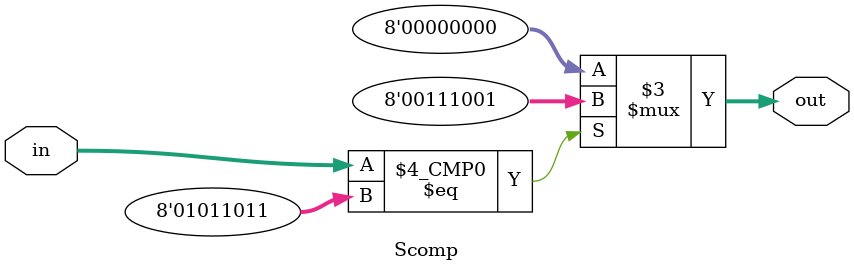
<source format=v>
module Scomp(in, out);

input [7:0] in;
output [7:0] out;
reg [7:0] out;

always @(in)
begin
case(in)
8'd91:out<=8'd57;
default:out<=0;
endcase
end
endmodule
</source>
